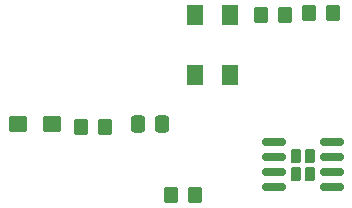
<source format=gbr>
%TF.GenerationSoftware,KiCad,Pcbnew,(6.0.10)*%
%TF.CreationDate,2023-02-17T12:11:39-08:00*%
%TF.ProjectId,exercise2,65786572-6369-4736-9532-2e6b69636164,rev?*%
%TF.SameCoordinates,Original*%
%TF.FileFunction,Paste,Top*%
%TF.FilePolarity,Positive*%
%FSLAX46Y46*%
G04 Gerber Fmt 4.6, Leading zero omitted, Abs format (unit mm)*
G04 Created by KiCad (PCBNEW (6.0.10)) date 2023-02-17 12:11:39*
%MOMM*%
%LPD*%
G01*
G04 APERTURE LIST*
G04 Aperture macros list*
%AMRoundRect*
0 Rectangle with rounded corners*
0 $1 Rounding radius*
0 $2 $3 $4 $5 $6 $7 $8 $9 X,Y pos of 4 corners*
0 Add a 4 corners polygon primitive as box body*
4,1,4,$2,$3,$4,$5,$6,$7,$8,$9,$2,$3,0*
0 Add four circle primitives for the rounded corners*
1,1,$1+$1,$2,$3*
1,1,$1+$1,$4,$5*
1,1,$1+$1,$6,$7*
1,1,$1+$1,$8,$9*
0 Add four rect primitives between the rounded corners*
20,1,$1+$1,$2,$3,$4,$5,0*
20,1,$1+$1,$4,$5,$6,$7,0*
20,1,$1+$1,$6,$7,$8,$9,0*
20,1,$1+$1,$8,$9,$2,$3,0*%
G04 Aperture macros list end*
%ADD10RoundRect,0.250000X0.350000X0.450000X-0.350000X0.450000X-0.350000X-0.450000X0.350000X-0.450000X0*%
%ADD11RoundRect,0.230000X-0.230000X-0.375000X0.230000X-0.375000X0.230000X0.375000X-0.230000X0.375000X0*%
%ADD12RoundRect,0.150000X-0.825000X-0.150000X0.825000X-0.150000X0.825000X0.150000X-0.825000X0.150000X0*%
%ADD13RoundRect,0.250001X0.462499X0.624999X-0.462499X0.624999X-0.462499X-0.624999X0.462499X-0.624999X0*%
%ADD14RoundRect,0.250000X-0.537500X-0.425000X0.537500X-0.425000X0.537500X0.425000X-0.537500X0.425000X0*%
%ADD15RoundRect,0.250000X-0.350000X-0.450000X0.350000X-0.450000X0.350000X0.450000X-0.350000X0.450000X0*%
%ADD16RoundRect,0.250000X-0.337500X-0.475000X0.337500X-0.475000X0.337500X0.475000X-0.337500X0.475000X0*%
%ADD17RoundRect,0.250001X-0.462499X-0.624999X0.462499X-0.624999X0.462499X0.624999X-0.462499X0.624999X0*%
G04 APERTURE END LIST*
D10*
%TO.C,R2*%
X143240000Y-106680000D03*
X141240000Y-106680000D03*
%TD*%
D11*
%TO.C,U1*%
X152970000Y-103390000D03*
X151830000Y-104890000D03*
X152970000Y-104890000D03*
X151830000Y-103390000D03*
D12*
X149925000Y-102235000D03*
X149925000Y-103505000D03*
X149925000Y-104775000D03*
X149925000Y-106045000D03*
X154875000Y-106045000D03*
X154875000Y-104775000D03*
X154875000Y-103505000D03*
X154875000Y-102235000D03*
%TD*%
D13*
%TO.C,D1*%
X146267500Y-91440000D03*
X143292500Y-91440000D03*
%TD*%
D14*
%TO.C,C1*%
X128260000Y-100670000D03*
X131135000Y-100670000D03*
%TD*%
D15*
%TO.C,R1*%
X133620000Y-100905000D03*
X135620000Y-100905000D03*
%TD*%
D16*
%TO.C,C2*%
X138418744Y-100680000D03*
X140493744Y-100680000D03*
%TD*%
D15*
%TO.C,R3*%
X148860000Y-91440000D03*
X150860000Y-91440000D03*
%TD*%
D17*
%TO.C,D2*%
X143292500Y-96520000D03*
X146267500Y-96520000D03*
%TD*%
D15*
%TO.C,R4*%
X152940000Y-91330000D03*
X154940000Y-91330000D03*
%TD*%
M02*

</source>
